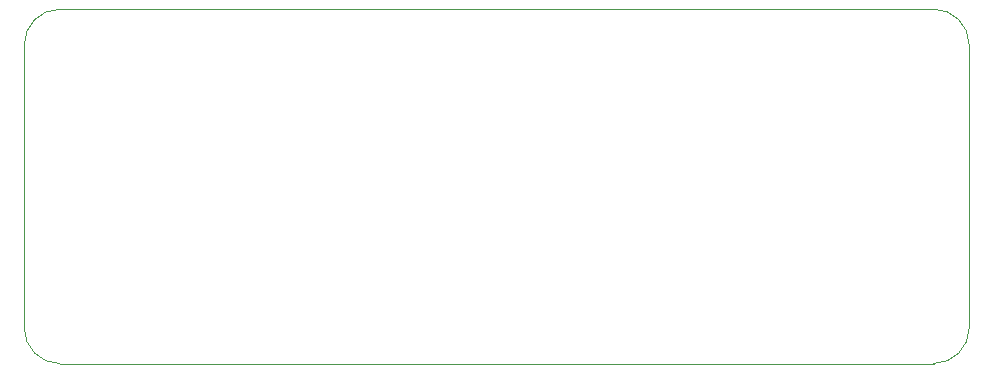
<source format=gbr>
%TF.GenerationSoftware,KiCad,Pcbnew,(6.99.0-143-g3f711b8958)*%
%TF.CreationDate,2021-12-29T15:34:21+01:00*%
%TF.ProjectId,Logic_Probe,4c6f6769-635f-4507-926f-62652e6b6963,rev?*%
%TF.SameCoordinates,Original*%
%TF.FileFunction,Profile,NP*%
%FSLAX46Y46*%
G04 Gerber Fmt 4.6, Leading zero omitted, Abs format (unit mm)*
G04 Created by KiCad (PCBNEW (6.99.0-143-g3f711b8958)) date 2021-12-29 15:34:21*
%MOMM*%
%LPD*%
G01*
G04 APERTURE LIST*
%TA.AperFunction,Profile*%
%ADD10C,0.100000*%
%TD*%
G04 APERTURE END LIST*
D10*
X251000000Y-69000000D02*
G75*
G03*
X248000000Y-66000000I-3000001J-1D01*
G01*
X171000000Y-69000000D02*
X171000000Y-93000000D01*
X248000000Y-96000000D02*
G75*
G03*
X251000000Y-93000000I-1J3000001D01*
G01*
X174000000Y-66000000D02*
G75*
G03*
X171000000Y-69000000I1J-3000001D01*
G01*
X174000000Y-96000000D02*
X248000000Y-96000000D01*
X251000000Y-93000000D02*
X251000000Y-69000000D01*
X248000000Y-66000000D02*
X174000000Y-66000000D01*
X171000000Y-93000000D02*
G75*
G03*
X174000000Y-96000000I3000001J1D01*
G01*
M02*

</source>
